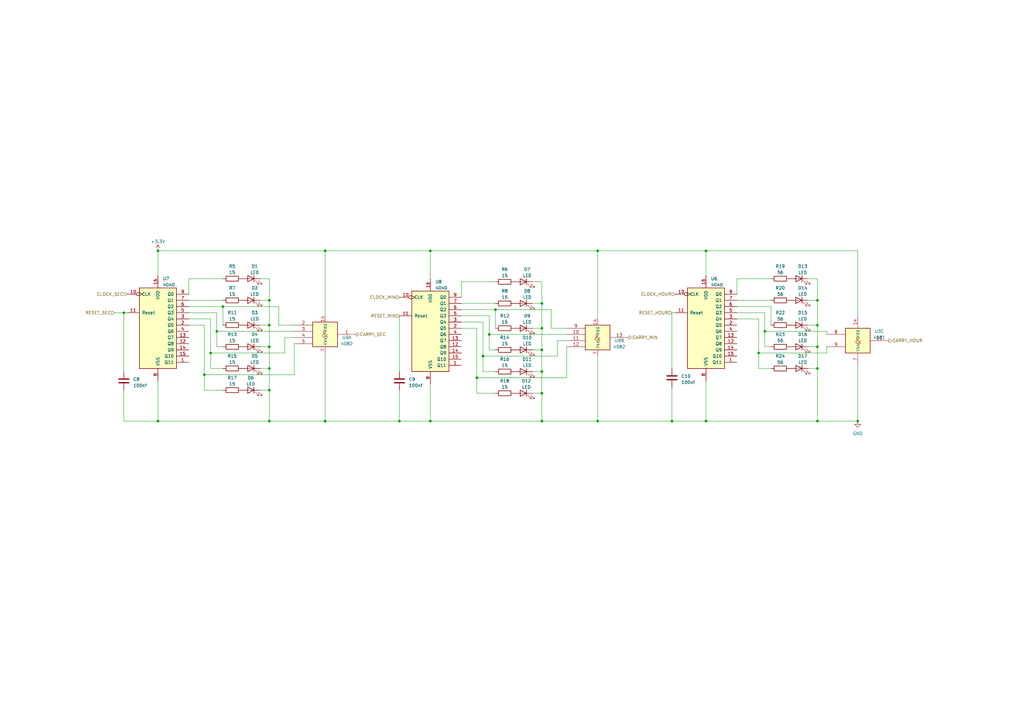
<source format=kicad_sch>
(kicad_sch (version 20230121) (generator eeschema)
  (paper "A3")
  (lib_symbols
    (symbol "4xxx:4040" (pin_names (offset 1.016))
      (property "Reference" "U" (at -7.62 16.51 0))
      (property "Value" "4040" (at -7.62 -19.05 0))
      (symbol "4040_1_0"
        (pin output line (at 12.7 -15.24 180) (length 5.08) (name "Q11") (number "1"))
        (pin input inverted_clock (at -12.7 12.7 0) (length 5.08) (name "CLK") (number "10"))
        (pin input line (at -12.7 5.08 0) (length 5.08) (name "Reset") (number "11"))
        (pin output line (at 12.7 -7.62 180) (length 5.08) (name "Q8") (number "12"))
        (pin output line (at 12.7 -5.08 180) (length 5.08) (name "Q7") (number "13"))
        (pin output line (at 12.7 -10.16 180) (length 5.08) (name "Q9") (number "14"))
        (pin output line (at 12.7 -12.7 180) (length 5.08) (name "Q10") (number "15"))
        (pin power_in line (at 0 20.32 270) (length 5.08) (name "VDD") (number "16"))
        (pin output line (at 12.7 0 180) (length 5.08) (name "Q5") (number "2"))
        (pin output line (at 12.7 2.54 180) (length 5.08) (name "Q4") (number "3"))
        (pin output line (at 12.7 -2.54 180) (length 5.08) (name "Q6") (number "4"))
        (pin output line (at 12.7 5.08 180) (length 5.08) (name "Q3") (number "5"))
        (pin output line (at 12.7 7.62 180) (length 5.08) (name "Q2") (number "6"))
        (pin output line (at 12.7 10.16 180) (length 5.08) (name "Q1") (number "7"))
        (pin power_in line (at 0 -22.86 90) (length 5.08) (name "VSS") (number "8"))
        (pin output line (at 12.7 12.7 180) (length 5.08) (name "Q0") (number "9"))
      )
      (symbol "4040_1_1"
        (rectangle (start -7.62 15.24) (end 7.62 -17.78) (stroke (width 0.254)) (fill (type background)))
      )
    )
    (symbol "4xxx_IEEE:4081"
      (property "Reference" "U" (at 2.54 6.35 0))
      (property "Value" "4081" (at 6.35 -6.35 0))
      (symbol "4081_0_0"
        (rectangle (start -5.08 5.08) (end 5.08 -5.08) (stroke (width 0.254)) (fill (type background)))
        (text "&" (at 0.254 0 0) (effects (font (size 2.54 2.54))))
        (pin power_in line (at 0 10.16 270) (length 5.08) (name "Vdd") (number "14"))
        (pin power_in line (at 0 -10.16 90) (length 5.08) (name "Vss") (number "7"))
      )
      (symbol "4081_1_1"
        (pin input line (at -12.7 2.54 0) (length 7.62) (name "~") (number "1"))
        (pin input line (at -12.7 -2.54 0) (length 7.62) (name "~") (number "2"))
        (pin output line (at 12.7 0 180) (length 7.62) (name "~") (number "3"))
      )
      (symbol "4081_2_1"
        (pin output line (at 12.7 0 180) (length 7.62) (name "~") (number "4"))
        (pin input line (at -12.7 2.54 0) (length 7.62) (name "~") (number "5"))
        (pin input line (at -12.7 -2.54 0) (length 7.62) (name "~") (number "6"))
      )
      (symbol "4081_3_1"
        (pin output line (at 12.7 0 180) (length 7.62) (name "~") (number "10"))
        (pin input line (at -12.7 2.54 0) (length 7.62) (name "~") (number "8"))
        (pin input line (at -12.7 -2.54 0) (length 7.62) (name "~") (number "9"))
      )
      (symbol "4081_4_1"
        (pin output line (at 12.7 0 180) (length 7.62) (name "~") (number "11"))
        (pin input line (at -12.7 2.54 0) (length 7.62) (name "~") (number "12"))
        (pin input line (at -12.7 -2.54 0) (length 7.62) (name "~") (number "13"))
      )
    )
    (symbol "4xxx_IEEE:4082"
      (property "Reference" "U" (at 5.08 6.35 0))
      (property "Value" "4082" (at 5.08 -6.35 0))
      (symbol "4082_0_0"
        (text "&" (at 0 0 0) (effects (font (size 2.54 2.54))))
        (pin power_in line (at 0 7.62 270) (length 2.54) (name "Vdd") (number "14"))
        (pin power_in line (at 0 -7.62 90) (length 2.54) (name "Vss") (number "7"))
      )
      (symbol "4082_0_1"
        (rectangle (start -5.08 5.08) (end 5.08 -5.08) (stroke (width 0.254)) (fill (type background)))
      )
      (symbol "4082_1_1"
        (pin output line (at 12.7 0 180) (length 7.62) (name "~") (number "1"))
        (pin input line (at -12.7 3.81 0) (length 7.62) (name "~") (number "2"))
        (pin input line (at -12.7 1.27 0) (length 7.62) (name "~") (number "3"))
        (pin input line (at -12.7 -1.27 0) (length 7.62) (name "~") (number "4"))
        (pin input line (at -12.7 -3.81 0) (length 7.62) (name "~") (number "5"))
      )
      (symbol "4082_2_1"
        (pin input line (at -12.7 1.27 0) (length 7.62) (name "~") (number "10"))
        (pin input line (at -12.7 -1.27 0) (length 7.62) (name "~") (number "11"))
        (pin input line (at -12.7 -3.81 0) (length 7.62) (name "~") (number "12"))
        (pin output line (at 12.7 0 180) (length 7.62) (name "~") (number "13"))
        (pin input line (at -12.7 3.81 0) (length 7.62) (name "~") (number "9"))
      )
    )
    (symbol "Device:C" (pin_numbers hide) (pin_names (offset 0.254))
      (property "Reference" "C" (at 0.635 2.54 0))
      (property "Value" "C" (at 0.635 -2.54 0))
      (symbol "C_0_1"
        (polyline (pts (xy -2.032 -0.762) (xy 2.032 -0.762)) (stroke (width 0.508)))
        (polyline (pts (xy -2.032 0.762) (xy 2.032 0.762)) (stroke (width 0.508)))
      )
      (symbol "C_1_1"
        (pin passive line (at 0 3.81 270) (length 2.794) (name "~") (number "1"))
        (pin passive line (at 0 -3.81 90) (length 2.794) (name "~") (number "2"))
      )
    )
    (symbol "Device:LED" (pin_numbers hide) (pin_names (offset 1.016) hide)
      (property "Reference" "D" (at 0 2.54 0))
      (property "Value" "LED" (at 0 -2.54 0))
      (symbol "LED_0_1"
        (polyline (pts (xy -1.27 -1.27) (xy -1.27 1.27)) (stroke (width 0.254)))
        (polyline (pts (xy -1.27 0) (xy 1.27 0)))
        (polyline (pts (xy 1.27 -1.27) (xy 1.27 1.27) (xy -1.27 0) (xy 1.27 -1.27)) (stroke (width 0.254)))
        (polyline (pts (xy -3.048 -0.762) (xy -4.572 -2.286) (xy -3.81 -2.286) (xy -4.572 -2.286) (xy -4.572 -1.524)))
        (polyline (pts (xy -1.778 -0.762) (xy -3.302 -2.286) (xy -2.54 -2.286) (xy -3.302 -2.286) (xy -3.302 -1.524)))
      )
      (symbol "LED_1_1"
        (pin passive line (at -3.81 0 0) (length 2.54) (name "K") (number "1"))
        (pin passive line (at 3.81 0 180) (length 2.54) (name "A") (number "2"))
      )
    )
    (symbol "Device:R" (pin_numbers hide) (pin_names (offset 0))
      (property "Reference" "R" (at 2.032 0 90))
      (property "Value" "R" (at 0 0 90))
      (symbol "R_0_1"
        (rectangle (start -1.016 -2.54) (end 1.016 2.54) (stroke (width 0.254)))
      )
      (symbol "R_1_1"
        (pin passive line (at 0 3.81 270) (length 1.27) (name "~") (number "1"))
        (pin passive line (at 0 -3.81 90) (length 1.27) (name "~") (number "2"))
      )
    )
    (symbol "power:+3.3V" (power) (pin_names (offset 0))
      (property "Value" "+3.3V" (at 0 3.556 0))
      (symbol "+3.3V_0_1"
        (polyline (pts (xy -0.762 1.27) (xy 0 2.54)))
        (polyline (pts (xy 0 0) (xy 0 2.54)))
        (polyline (pts (xy 0 2.54) (xy 0.762 1.27)))
      )
      (symbol "+3.3V_1_1"
        (pin power_in line (at 0 0 90) (length 0) hide (name "+3.3V") (number "1"))
      )
    )
    (symbol "power:GND" (power) (pin_names (offset 0))
      (property "Value" "GND" (at 0 -3.81 0))
      (symbol "GND_0_1"
        (polyline (pts (xy 0 0) (xy 0 -1.27) (xy 1.27 -1.27) (xy 0 -2.54) (xy -1.27 -1.27) (xy 0 -1.27)))
      )
      (symbol "GND_1_1"
        (pin power_in line (at 0 0 270) (length 0) hide (name "GND") (number "1"))
      )
    )
  )
  (junction (at 133.35 102.87))
  (junction (at 86.36 144.78))
  (junction (at 222.25 143.51))
  (junction (at 222.25 134.62))
  (junction (at 176.53 172.72))
  (junction (at 222.25 124.46))
  (junction (at 351.79 172.72))
  (junction (at 176.53 102.87))
  (junction (at 335.28 133.35))
  (junction (at 110.49 160.02))
  (junction (at 245.11 102.87))
  (junction (at 110.49 151.13))
  (junction (at 335.28 151.13))
  (junction (at 110.49 142.24))
  (junction (at 133.35 172.72))
  (junction (at 195.58 154.94))
  (junction (at 311.15 144.78))
  (junction (at 83.82 153.67))
  (junction (at 203.2 127))
  (junction (at 200.66 137.16))
  (junction (at 222.25 172.72))
  (junction (at 335.28 123.19))
  (junction (at 64.77 172.72))
  (junction (at 222.25 161.29))
  (junction (at 64.77 102.87))
  (junction (at 91.44 125.73))
  (junction (at 289.56 172.72))
  (junction (at 198.12 146.05))
  (junction (at 110.49 123.19))
  (junction (at 245.11 172.72))
  (junction (at 110.49 133.35))
  (junction (at 50.8 128.27))
  (junction (at 88.9 135.89))
  (junction (at 335.28 142.24))
  (junction (at 275.59 172.72))
  (junction (at 222.25 152.4))
  (junction (at 163.83 172.72))
  (junction (at 313.69 135.89))
  (junction (at 110.49 172.72))
  (junction (at 289.56 102.87))
  (junction (at 335.28 172.72))
  (wire (pts (xy 195.58 154.94) (xy 232.41 154.94)))
  (wire (pts (xy 198.12 146.05) (xy 198.12 152.4)))
  (wire (pts (xy 176.53 102.87) (xy 245.11 102.87)))
  (wire (pts (xy 77.47 130.81) (xy 86.36 130.81)))
  (wire (pts (xy 331.47 151.13) (xy 335.28 151.13)))
  (wire (pts (xy 228.6 139.7) (xy 228.6 146.05)))
  (wire (pts (xy 226.06 134.62) (xy 232.41 134.62)))
  (wire (pts (xy 110.49 160.02) (xy 110.49 172.72)))
  (wire (pts (xy 110.49 151.13) (xy 110.49 160.02)))
  (wire (pts (xy 64.77 156.21) (xy 64.77 172.72)))
  (wire (pts (xy 77.47 114.3) (xy 91.44 114.3)))
  (wire (pts (xy 335.28 151.13) (xy 335.28 172.72)))
  (wire (pts (xy 311.15 130.81) (xy 311.15 144.78)))
  (wire (pts (xy 46.99 128.27) (xy 50.8 128.27)))
  (wire (pts (xy 116.84 144.78) (xy 86.36 144.78)))
  (wire (pts (xy 222.25 152.4) (xy 222.25 161.29)))
  (wire (pts (xy 88.9 142.24) (xy 91.44 142.24)))
  (wire (pts (xy 64.77 113.03) (xy 64.77 102.87)))
  (wire (pts (xy 195.58 161.29) (xy 203.2 161.29)))
  (wire (pts (xy 120.65 140.97) (xy 120.65 153.67)))
  (wire (pts (xy 218.44 143.51) (xy 222.25 143.51)))
  (wire (pts (xy 114.3 125.73) (xy 114.3 133.35)))
  (wire (pts (xy 163.83 160.02) (xy 163.83 172.72)))
  (wire (pts (xy 218.44 152.4) (xy 222.25 152.4)))
  (wire (pts (xy 86.36 144.78) (xy 86.36 151.13)))
  (wire (pts (xy 302.26 120.65) (xy 302.26 114.3)))
  (wire (pts (xy 77.47 120.65) (xy 77.47 114.3)))
  (wire (pts (xy 331.47 133.35) (xy 335.28 133.35)))
  (wire (pts (xy 200.66 137.16) (xy 232.41 137.16)))
  (wire (pts (xy 331.47 114.3) (xy 335.28 114.3)))
  (wire (pts (xy 133.35 144.78) (xy 133.35 172.72)))
  (wire (pts (xy 313.69 128.27) (xy 313.69 135.89)))
  (wire (pts (xy 331.47 123.19) (xy 335.28 123.19)))
  (wire (pts (xy 245.11 172.72) (xy 275.59 172.72)))
  (wire (pts (xy 176.53 172.72) (xy 222.25 172.72)))
  (wire (pts (xy 200.66 129.54) (xy 200.66 137.16)))
  (wire (pts (xy 195.58 154.94) (xy 195.58 161.29)))
  (wire (pts (xy 311.15 151.13) (xy 316.23 151.13)))
  (wire (pts (xy 120.65 138.43) (xy 116.84 138.43)))
  (wire (pts (xy 218.44 115.57) (xy 222.25 115.57)))
  (wire (pts (xy 200.66 143.51) (xy 203.2 143.51)))
  (wire (pts (xy 176.53 114.3) (xy 176.53 102.87)))
  (wire (pts (xy 316.23 125.73) (xy 316.23 133.35)))
  (wire (pts (xy 335.28 133.35) (xy 335.28 142.24)))
  (wire (pts (xy 245.11 102.87) (xy 289.56 102.87)))
  (wire (pts (xy 289.56 113.03) (xy 289.56 102.87)))
  (wire (pts (xy 222.25 134.62) (xy 222.25 143.51)))
  (wire (pts (xy 110.49 142.24) (xy 110.49 151.13)))
  (wire (pts (xy 106.68 123.19) (xy 110.49 123.19)))
  (wire (pts (xy 106.68 114.3) (xy 110.49 114.3)))
  (wire (pts (xy 222.25 124.46) (xy 222.25 134.62)))
  (wire (pts (xy 351.79 102.87) (xy 351.79 129.54)))
  (wire (pts (xy 189.23 115.57) (xy 203.2 115.57)))
  (wire (pts (xy 114.3 133.35) (xy 120.65 133.35)))
  (wire (pts (xy 313.69 142.24) (xy 316.23 142.24)))
  (wire (pts (xy 176.53 157.48) (xy 176.53 172.72)))
  (wire (pts (xy 275.59 128.27) (xy 276.86 128.27)))
  (wire (pts (xy 106.68 160.02) (xy 110.49 160.02)))
  (wire (pts (xy 200.66 137.16) (xy 200.66 143.51)))
  (wire (pts (xy 198.12 132.08) (xy 198.12 146.05)))
  (wire (pts (xy 83.82 153.67) (xy 83.82 160.02)))
  (wire (pts (xy 232.41 139.7) (xy 228.6 139.7)))
  (wire (pts (xy 335.28 172.72) (xy 351.79 172.72)))
  (wire (pts (xy 116.84 138.43) (xy 116.84 144.78)))
  (wire (pts (xy 83.82 160.02) (xy 91.44 160.02)))
  (wire (pts (xy 203.2 127) (xy 203.2 134.62)))
  (wire (pts (xy 198.12 152.4) (xy 203.2 152.4)))
  (wire (pts (xy 91.44 125.73) (xy 114.3 125.73)))
  (wire (pts (xy 302.26 114.3) (xy 316.23 114.3)))
  (wire (pts (xy 302.26 128.27) (xy 313.69 128.27)))
  (wire (pts (xy 222.25 161.29) (xy 222.25 172.72)))
  (wire (pts (xy 222.25 115.57) (xy 222.25 124.46)))
  (wire (pts (xy 64.77 102.87) (xy 133.35 102.87)))
  (wire (pts (xy 189.23 134.62) (xy 195.58 134.62)))
  (wire (pts (xy 77.47 125.73) (xy 91.44 125.73)))
  (wire (pts (xy 335.28 114.3) (xy 335.28 123.19)))
  (wire (pts (xy 228.6 146.05) (xy 198.12 146.05)))
  (wire (pts (xy 275.59 158.75) (xy 275.59 172.72)))
  (wire (pts (xy 339.09 144.78) (xy 339.09 142.24)))
  (wire (pts (xy 218.44 134.62) (xy 222.25 134.62)))
  (wire (pts (xy 245.11 146.05) (xy 245.11 172.72)))
  (wire (pts (xy 88.9 135.89) (xy 88.9 142.24)))
  (wire (pts (xy 226.06 127) (xy 226.06 134.62)))
  (wire (pts (xy 163.83 129.54) (xy 163.83 152.4)))
  (wire (pts (xy 339.09 135.89) (xy 339.09 137.16)))
  (wire (pts (xy 203.2 127) (xy 226.06 127)))
  (wire (pts (xy 86.36 130.81) (xy 86.36 144.78)))
  (wire (pts (xy 335.28 142.24) (xy 335.28 151.13)))
  (wire (pts (xy 50.8 160.02) (xy 50.8 172.72)))
  (wire (pts (xy 83.82 133.35) (xy 83.82 153.67)))
  (wire (pts (xy 110.49 172.72) (xy 133.35 172.72)))
  (wire (pts (xy 289.56 172.72) (xy 335.28 172.72)))
  (wire (pts (xy 91.44 125.73) (xy 91.44 133.35)))
  (wire (pts (xy 313.69 135.89) (xy 339.09 135.89)))
  (wire (pts (xy 195.58 134.62) (xy 195.58 154.94)))
  (wire (pts (xy 77.47 123.19) (xy 91.44 123.19)))
  (wire (pts (xy 77.47 133.35) (xy 83.82 133.35)))
  (wire (pts (xy 110.49 123.19) (xy 110.49 133.35)))
  (wire (pts (xy 275.59 172.72) (xy 289.56 172.72)))
  (wire (pts (xy 218.44 124.46) (xy 222.25 124.46)))
  (wire (pts (xy 110.49 133.35) (xy 110.49 142.24)))
  (wire (pts (xy 351.79 149.86) (xy 351.79 172.72)))
  (wire (pts (xy 302.26 130.81) (xy 311.15 130.81)))
  (wire (pts (xy 88.9 128.27) (xy 88.9 135.89)))
  (wire (pts (xy 86.36 151.13) (xy 91.44 151.13)))
  (wire (pts (xy 83.82 153.67) (xy 120.65 153.67)))
  (wire (pts (xy 64.77 172.72) (xy 110.49 172.72)))
  (wire (pts (xy 232.41 142.24) (xy 232.41 154.94)))
  (wire (pts (xy 302.26 123.19) (xy 316.23 123.19)))
  (wire (pts (xy 275.59 128.27) (xy 275.59 151.13)))
  (wire (pts (xy 106.68 133.35) (xy 110.49 133.35)))
  (wire (pts (xy 88.9 135.89) (xy 120.65 135.89)))
  (wire (pts (xy 245.11 130.81) (xy 245.11 102.87)))
  (wire (pts (xy 50.8 128.27) (xy 52.07 128.27)))
  (wire (pts (xy 222.25 172.72) (xy 245.11 172.72)))
  (wire (pts (xy 50.8 172.72) (xy 64.77 172.72)))
  (wire (pts (xy 77.47 128.27) (xy 88.9 128.27)))
  (wire (pts (xy 110.49 114.3) (xy 110.49 123.19)))
  (wire (pts (xy 311.15 144.78) (xy 311.15 151.13)))
  (wire (pts (xy 289.56 156.21) (xy 289.56 172.72)))
  (wire (pts (xy 313.69 135.89) (xy 313.69 142.24)))
  (wire (pts (xy 218.44 161.29) (xy 222.25 161.29)))
  (wire (pts (xy 289.56 102.87) (xy 351.79 102.87)))
  (wire (pts (xy 222.25 143.51) (xy 222.25 152.4)))
  (wire (pts (xy 331.47 142.24) (xy 335.28 142.24)))
  (wire (pts (xy 311.15 144.78) (xy 339.09 144.78)))
  (wire (pts (xy 189.23 121.92) (xy 189.23 115.57)))
  (wire (pts (xy 106.68 142.24) (xy 110.49 142.24)))
  (wire (pts (xy 189.23 127) (xy 203.2 127)))
  (wire (pts (xy 189.23 129.54) (xy 200.66 129.54)))
  (wire (pts (xy 335.28 123.19) (xy 335.28 133.35)))
  (wire (pts (xy 163.83 172.72) (xy 176.53 172.72)))
  (wire (pts (xy 133.35 102.87) (xy 176.53 102.87)))
  (wire (pts (xy 106.68 151.13) (xy 110.49 151.13)))
  (wire (pts (xy 189.23 124.46) (xy 203.2 124.46)))
  (wire (pts (xy 133.35 129.54) (xy 133.35 102.87)))
  (wire (pts (xy 302.26 125.73) (xy 316.23 125.73)))
  (wire (pts (xy 189.23 132.08) (xy 198.12 132.08)))
  (wire (pts (xy 133.35 172.72) (xy 163.83 172.72)))
  (wire (pts (xy 50.8 152.4) (xy 50.8 128.27)))
  (hierarchical_label "RESET_MIN" (shape input) (at 163.83 129.54 180))
  (hierarchical_label "CARRY_SEC" (shape output) (at 146.05 137.16 0))
  (hierarchical_label "RESET_SEC" (shape input) (at 46.99 128.27 180))
  (hierarchical_label "CARRY_HOUR" (shape output) (at 364.49 139.7 0))
  (hierarchical_label "RESET_HOUR" (shape input) (at 275.59 128.27 180))
  (hierarchical_label "CLOCK_HOUR" (shape input) (at 276.86 120.65 180))
  (hierarchical_label "CARRY_MIN" (shape output) (at 257.81 138.43 0))
  (hierarchical_label "CLOCK_MIN" (shape input) (at 163.83 121.92 180))
  (hierarchical_label "CLOCK_SEC" (shape input) (at 52.07 120.65 180))
  (symbol (lib_id "Device:C") (at 163.83 156.21 0) (unit 1)
    (property "Reference" "C9" (at 167.64 155.575 0) (effects (justify left)))
    (property "Value" "100nf" (at 167.64 158.115 0) (effects (justify left)))
    (property "Footprint" "Capacitor_THT:C_Disc_D5.1mm_W3.2mm_P5.00mm" (effects hide))
    (instances (project "binary_clock" (path "" (reference "C9") (unit 1)) (path "" (reference "C8") (unit 1))))
  )
  (symbol (lib_id "Device:LED") (at 327.66 151.13 0) (mirror y) (unit 1)
    (property "Reference" "D17" (at 329.2475 146.05 0))
    (property "Value" "LED" (at 329.2475 148.59 0))
    (property "Footprint" "Connector_JST:JST_XH_B2B-XH-A_1x02_P2.50mm_Vertical" (effects hide))
  )
  (symbol (lib_id "Device:R") (at 95.25 114.3 270) (unit 1)
    (property "Reference" "R5" (at 95.25 109.22 90))
    (property "Value" "15" (at 95.25 111.76 90))
    (property "Footprint" "Resistor_THT:R_Axial_DIN0204_L3.6mm_D1.6mm_P7.62mm_Horizontal" (effects hide))
    (instances (project "binary_clock" (path "" (reference "R5") (unit 1)) (path "" (reference "R12") (unit 1))))
  )
  (symbol (lib_id "power:GND") (at 351.79 172.72 0) (unit 1)
    (property "Reference" "#PWR06" (effects hide))
    (property "Value" "GND" (at 351.79 177.8 0))
    (property "Footprint" "Connector_Pin:Pin_D1.0mm_L10.0mm" (effects hide))
    (instances (project "binary_clock" (path "" (reference "#PWR06") (unit 1)) (path "" (reference "#PWR018") (unit 1))))
  )
  (symbol (lib_id "Device:LED") (at 327.66 133.35 0) (mirror y) (unit 1)
    (property "Reference" "D15" (at 329.2475 128.27 0))
    (property "Value" "LED" (at 329.2475 130.81 0))
    (property "Footprint" "Connector_JST:JST_XH_B2B-XH-A_1x02_P2.50mm_Vertical" (effects hide))
  )
  (symbol (lib_id "Device:R") (at 320.04 133.35 270) (unit 1)
    (property "Reference" "R22" (at 320.04 128.27 90))
    (property "Value" "56" (at 320.04 130.81 90))
    (property "Footprint" "Resistor_THT:R_Axial_DIN0204_L3.6mm_D1.6mm_P7.62mm_Horizontal" (effects hide))
    (instances (project "binary_clock" (path "" (reference "R22") (unit 1)) (path "" (reference "R26") (unit 1))))
  )
  (symbol (lib_id "Device:R") (at 207.01 152.4 270) (unit 1)
    (property "Reference" "R16" (at 207.01 147.32 90))
    (property "Value" "15" (at 207.01 149.86 90))
    (property "Footprint" "Resistor_THT:R_Axial_DIN0204_L3.6mm_D1.6mm_P7.62mm_Horizontal" (effects hide))
    (instances (project "binary_clock" (path "" (reference "R16") (unit 1)) (path "" (reference "R22") (unit 1))))
  )
  (symbol (lib_id "Device:R") (at 320.04 142.24 270) (unit 1)
    (property "Reference" "R23" (at 320.04 137.16 90))
    (property "Value" "56" (at 320.04 139.7 90))
    (property "Footprint" "Resistor_THT:R_Axial_DIN0204_L3.6mm_D1.6mm_P7.62mm_Horizontal" (effects hide))
    (instances (project "binary_clock" (path "" (reference "R23") (unit 1)) (path "" (reference "R27") (unit 1))))
  )
  (symbol (lib_id "Device:LED") (at 102.87 151.13 0) (mirror y) (unit 1)
    (property "Reference" "D5" (at 104.4575 146.05 0))
    (property "Value" "LED" (at 104.4575 148.59 0))
    (property "Footprint" "Connector_JST:JST_XH_B2B-XH-A_1x02_P2.50mm_Vertical" (effects hide))
  )
  (symbol (lib_id "Device:LED") (at 214.63 161.29 0) (mirror y) (unit 1)
    (property "Reference" "D12" (at 215.9 156.21 0))
    (property "Value" "LED" (at 215.9 158.75 0))
    (property "Footprint" "Connector_JST:JST_XH_B2B-XH-A_1x02_P2.50mm_Vertical" (effects hide))
  )
  (symbol (lib_id "Device:LED") (at 102.87 114.3 0) (mirror y) (unit 1)
    (property "Reference" "D1" (at 104.4575 109.22 0))
    (property "Value" "LED" (at 104.4575 111.76 0))
    (property "Footprint" "Connector_JST:JST_XH_B2B-XH-A_1x02_P2.50mm_Vertical" (effects hide))
  )
  (symbol (lib_id "Device:LED") (at 214.63 143.51 0) (mirror y) (unit 1)
    (property "Reference" "D10" (at 216.2175 138.43 0))
    (property "Value" "LED" (at 216.2175 140.97 0))
    (property "Footprint" "Connector_JST:JST_XH_B2B-XH-A_1x02_P2.50mm_Vertical" (effects hide))
  )
  (symbol (lib_id "Device:LED") (at 214.63 152.4 0) (mirror y) (unit 1)
    (property "Reference" "D11" (at 216.2175 147.32 0))
    (property "Value" "LED" (at 216.2175 149.86 0))
    (property "Footprint" "Connector_JST:JST_XH_B2B-XH-A_1x02_P2.50mm_Vertical" (effects hide))
  )
  (symbol (lib_id "Device:R") (at 95.25 133.35 270) (unit 1)
    (property "Reference" "R11" (at 95.25 128.27 90))
    (property "Value" "15" (at 95.25 130.81 90))
    (property "Footprint" "Resistor_THT:R_Axial_DIN0204_L3.6mm_D1.6mm_P7.62mm_Horizontal" (effects hide))
    (instances (project "binary_clock" (path "" (reference "R11") (unit 1)) (path "" (reference "R14") (unit 1))))
  )
  (symbol (lib_id "Device:R") (at 207.01 161.29 270) (unit 1)
    (property "Reference" "R18" (at 207.01 156.21 90))
    (property "Value" "15" (at 207.01 158.75 90))
    (property "Footprint" "Resistor_THT:R_Axial_DIN0204_L3.6mm_D1.6mm_P7.62mm_Horizontal" (effects hide))
    (instances (project "binary_clock" (path "" (reference "R18") (unit 1)) (path "" (reference "R23") (unit 1))))
  )
  (symbol (lib_id "Device:R") (at 207.01 115.57 270) (unit 1)
    (property "Reference" "R6" (at 207.01 110.49 90))
    (property "Value" "15" (at 207.01 113.03 90))
    (property "Footprint" "Resistor_THT:R_Axial_DIN0204_L3.6mm_D1.6mm_P7.62mm_Horizontal" (effects hide))
    (instances (project "binary_clock" (path "" (reference "R6") (unit 1)) (path "" (reference "R18") (unit 1))))
  )
  (symbol (lib_id "Device:LED") (at 327.66 142.24 0) (mirror y) (unit 1)
    (property "Reference" "D16" (at 329.2475 137.16 0))
    (property "Value" "LED" (at 329.2475 139.7 0))
    (property "Footprint" "Connector_JST:JST_XH_B2B-XH-A_1x02_P2.50mm_Vertical" (effects hide))
  )
  (symbol (lib_id "Device:R") (at 95.25 123.19 270) (unit 1)
    (property "Reference" "R7" (at 95.25 118.11 90))
    (property "Value" "15" (at 95.25 120.65 90))
    (property "Footprint" "Resistor_THT:R_Axial_DIN0204_L3.6mm_D1.6mm_P7.62mm_Horizontal" (effects hide))
    (instances (project "binary_clock" (path "" (reference "R7") (unit 1)) (path "" (reference "R13") (unit 1))))
  )
  (symbol (lib_id "Device:LED") (at 327.66 114.3 0) (mirror y) (unit 1)
    (property "Reference" "D13" (at 329.2475 109.22 0))
    (property "Value" "LED" (at 329.2475 111.76 0))
    (property "Footprint" "Connector_JST:JST_XH_B2B-XH-A_1x02_P2.50mm_Vertical" (effects hide))
  )
  (symbol (lib_id "Device:LED") (at 102.87 142.24 0) (mirror y) (unit 1)
    (property "Reference" "D4" (at 104.4575 137.16 0))
    (property "Value" "LED" (at 104.4575 139.7 0))
    (property "Footprint" "Connector_JST:JST_XH_B2B-XH-A_1x02_P2.50mm_Vertical" (effects hide))
  )
  (symbol (lib_id "4xxx_IEEE:4082") (at 133.35 137.16 0) (unit 1)
    (property "Reference" "U9" (at 142.24 138.43 0))
    (property "Value" "4082" (at 142.24 140.97 0))
    (property "Footprint" "Package_DIP:DIP-14_W7.62mm_Socket" (effects hide))
    (instances (project "binary_clock" (path "" (reference "U9") (unit 1)) (path "" (reference "U6") (unit 1))))
  )
  (symbol (lib_id "4xxx_IEEE:4081") (at 351.79 139.7 0) (unit 3)
    (property "Reference" "U3" (at 360.68 135.89 0))
    (property "Value" "4081" (at 360.68 138.43 0))
    (property "Footprint" "Package_DIP:DIP-14_W7.62mm_Socket" (effects hide))
    (instances (project "binary_clock" (path "" (reference "U3") (unit 3)) (path "" (reference "U9") (unit 3))))
  )
  (symbol (lib_id "Device:C") (at 275.59 154.94 0) (unit 1)
    (property "Reference" "C10" (at 279.4 154.305 0) (effects (justify left)))
    (property "Value" "100nf" (at 279.4 156.845 0) (effects (justify left)))
    (property "Footprint" "Capacitor_THT:C_Disc_D5.1mm_W3.2mm_P5.00mm" (effects hide))
    (instances (project "binary_clock" (path "" (reference "C10") (unit 1)) (path "" (reference "C8") (unit 1))))
  )
  (symbol (lib_id "4xxx_IEEE:4082") (at 245.11 138.43 0) (unit 2)
    (property "Reference" "U9" (at 254 139.7 0))
    (property "Value" "4082" (at 254 142.24 0))
    (property "Footprint" "Package_DIP:DIP-14_W7.62mm_Socket" (effects hide))
    (instances (project "binary_clock" (path "" (reference "U9") (unit 2)) (path "" (reference "U6") (unit 2))))
  )
  (symbol (lib_id "Device:LED") (at 102.87 123.19 0) (mirror y) (unit 1)
    (property "Reference" "D2" (at 104.4575 118.11 0))
    (property "Value" "LED" (at 104.4575 120.65 0))
    (property "Footprint" "Connector_JST:JST_XH_B2B-XH-A_1x02_P2.50mm_Vertical" (effects hide))
  )
  (symbol (lib_id "Device:R") (at 207.01 143.51 270) (unit 1)
    (property "Reference" "R14" (at 207.01 138.43 90))
    (property "Value" "15" (at 207.01 140.97 90))
    (property "Footprint" "Resistor_THT:R_Axial_DIN0204_L3.6mm_D1.6mm_P7.62mm_Horizontal" (effects hide))
    (instances (project "binary_clock" (path "" (reference "R14") (unit 1)) (path "" (reference "R21") (unit 1))))
  )
  (symbol (lib_id "Device:LED") (at 214.63 115.57 0) (mirror y) (unit 1)
    (property "Reference" "D7" (at 216.2175 110.49 0))
    (property "Value" "LED" (at 216.2175 113.03 0))
    (property "Footprint" "Connector_JST:JST_XH_B2B-XH-A_1x02_P2.50mm_Vertical" (effects hide))
  )
  (symbol (lib_id "Device:LED") (at 214.63 124.46 0) (mirror y) (unit 1)
    (property "Reference" "D8" (at 216.2175 119.38 0))
    (property "Value" "LED" (at 216.2175 121.92 0))
    (property "Footprint" "Connector_JST:JST_XH_B2B-XH-A_1x02_P2.50mm_Vertical" (effects hide))
  )
  (symbol (lib_id "Device:LED") (at 327.66 123.19 0) (mirror y) (unit 1)
    (property "Reference" "D14" (at 329.2475 118.11 0))
    (property "Value" "LED" (at 329.2475 120.65 0))
    (property "Footprint" "Connector_JST:JST_XH_B2B-XH-A_1x02_P2.50mm_Vertical" (effects hide))
  )
  (symbol (lib_id "Device:C") (at 50.8 156.21 0) (unit 1)
    (property "Reference" "C8" (at 54.61 155.575 0) (effects (justify left)))
    (property "Value" "100nf" (at 54.61 158.115 0) (effects (justify left)))
    (property "Footprint" "Capacitor_THT:C_Disc_D5.1mm_W3.2mm_P5.00mm" (effects hide))
  )
  (symbol (lib_id "Device:R") (at 95.25 160.02 270) (unit 1)
    (property "Reference" "R17" (at 95.25 154.94 90))
    (property "Value" "15" (at 95.25 157.48 90))
    (property "Footprint" "Resistor_THT:R_Axial_DIN0204_L3.6mm_D1.6mm_P7.62mm_Horizontal" (effects hide))
  )
  (symbol (lib_id "4xxx:4040") (at 176.53 134.62 0) (unit 1)
    (property "Reference" "U8" (at 178.4859 115.57 0) (effects (justify left)))
    (property "Value" "4040" (at 178.4859 118.11 0) (effects (justify left)))
    (property "Footprint" "Package_DIP:DIP-16_W7.62mm_Socket" (effects hide))
    (property "Datasheet" "http://www.intersil.com/content/dam/Intersil/documents/cd40/cd4020bms-24bms-40bms.pdf" (effects hide))
    (instances (project "binary_clock" (path "" (reference "U8") (unit 1)) (path "" (reference "U7") (unit 1))))
  )
  (symbol (lib_id "Device:LED") (at 102.87 160.02 0) (mirror y) (unit 1)
    (property "Reference" "D6" (at 102.87 154.94 0))
    (property "Value" "LED" (at 102.87 157.48 0))
    (property "Footprint" "Connector_JST:JST_XH_B2B-XH-A_1x02_P2.50mm_Vertical" (effects hide))
  )
  (symbol (lib_id "Device:R") (at 207.01 124.46 270) (unit 1)
    (property "Reference" "R8" (at 207.01 119.38 90))
    (property "Value" "15" (at 207.01 121.92 90))
    (property "Footprint" "Resistor_THT:R_Axial_DIN0204_L3.6mm_D1.6mm_P7.62mm_Horizontal" (effects hide))
    (instances (project "binary_clock" (path "" (reference "R8") (unit 1)) (path "" (reference "R19") (unit 1))))
  )
  (symbol (lib_id "Device:LED") (at 214.63 134.62 0) (mirror y) (unit 1)
    (property "Reference" "D9" (at 216.2175 129.54 0))
    (property "Value" "LED" (at 216.2175 132.08 0))
    (property "Footprint" "Connector_JST:JST_XH_B2B-XH-A_1x02_P2.50mm_Vertical" (effects hide))
  )
  (symbol (lib_id "Device:R") (at 320.04 114.3 270) (unit 1)
    (property "Reference" "R19" (at 320.04 109.22 90))
    (property "Value" "56" (at 320.04 111.76 90))
    (property "Footprint" "Resistor_THT:R_Axial_DIN0204_L3.6mm_D1.6mm_P7.62mm_Horizontal" (effects hide))
    (instances (project "binary_clock" (path "" (reference "R19") (unit 1)) (path "" (reference "R24") (unit 1))))
  )
  (symbol (lib_id "Device:R") (at 207.01 134.62 270) (unit 1)
    (property "Reference" "R12" (at 207.01 129.54 90))
    (property "Value" "15" (at 207.01 132.08 90))
    (property "Footprint" "Resistor_THT:R_Axial_DIN0204_L3.6mm_D1.6mm_P7.62mm_Horizontal" (effects hide))
    (instances (project "binary_clock" (path "" (reference "R12") (unit 1)) (path "" (reference "R20") (unit 1))))
  )
  (symbol (lib_id "Device:R") (at 320.04 151.13 270) (unit 1)
    (property "Reference" "R24" (at 320.04 146.05 90))
    (property "Value" "56" (at 320.04 148.59 90))
    (property "Footprint" "Resistor_THT:R_Axial_DIN0204_L3.6mm_D1.6mm_P7.62mm_Horizontal" (effects hide))
    (instances (project "binary_clock" (path "" (reference "R24") (unit 1)) (path "" (reference "R28") (unit 1))))
  )
  (symbol (lib_id "4xxx:4040") (at 289.56 133.35 0) (unit 1)
    (property "Reference" "U6" (at 291.5159 114.3 0) (effects (justify left)))
    (property "Value" "4040" (at 291.5159 116.84 0) (effects (justify left)))
    (property "Footprint" "Package_DIP:DIP-16_W7.62mm_Socket" (effects hide))
    (property "Datasheet" "http://www.intersil.com/content/dam/Intersil/documents/cd40/cd4020bms-24bms-40bms.pdf" (effects hide))
    (instances (project "binary_clock" (path "" (reference "U6") (unit 1)) (path "" (reference "U8") (unit 1))))
  )
  (symbol (lib_id "Device:LED") (at 102.87 133.35 0) (mirror y) (unit 1)
    (property "Reference" "D3" (at 104.4575 128.27 0))
    (property "Value" "LED" (at 104.4575 130.81 0))
    (property "Footprint" "Connector_JST:JST_XH_B2B-XH-A_1x02_P2.50mm_Vertical" (effects hide))
  )
  (symbol (lib_id "power:+3.3V") (at 64.77 102.87 0) (unit 1)
    (property "Reference" "#PWR05" (effects hide))
    (property "Value" "+3.3V" (at 64.77 99.06 0))
    (instances (project "binary_clock" (path "" (reference "#PWR05") (unit 1)) (path "" (reference "#PWR017") (unit 1))))
  )
  (symbol (lib_id "4xxx:4040") (at 64.77 133.35 0) (unit 1)
    (property "Reference" "U7" (at 66.7259 114.3 0) (effects (justify left)))
    (property "Value" "4040" (at 66.7259 116.84 0) (effects (justify left)))
    (property "Footprint" "Package_DIP:DIP-16_W7.62mm_Socket" (effects hide))
    (property "Datasheet" "http://www.intersil.com/content/dam/Intersil/documents/cd40/cd4020bms-24bms-40bms.pdf" (effects hide))
    (instances (project "binary_clock" (path "" (reference "U7") (unit 1)) (path "" (reference "U5") (unit 1))))
  )
  (symbol (lib_id "Device:R") (at 320.04 123.19 270) (unit 1)
    (property "Reference" "R20" (at 320.04 118.11 90))
    (property "Value" "56" (at 320.04 120.65 90))
    (property "Footprint" "Resistor_THT:R_Axial_DIN0204_L3.6mm_D1.6mm_P7.62mm_Horizontal" (effects hide))
    (instances (project "binary_clock" (path "" (reference "R20") (unit 1)) (path "" (reference "R25") (unit 1))))
  )
  (symbol (lib_id "Device:R") (at 95.25 142.24 270) (unit 1)
    (property "Reference" "R13" (at 95.25 137.16 90))
    (property "Value" "15" (at 95.25 139.7 90))
    (property "Footprint" "Resistor_THT:R_Axial_DIN0204_L3.6mm_D1.6mm_P7.62mm_Horizontal" (effects hide))
    (instances (project "binary_clock" (path "" (reference "R13") (unit 1)) (path "" (reference "R15") (unit 1))))
  )
  (symbol (lib_id "Device:R") (at 95.25 151.13 270) (unit 1)
    (property "Reference" "R15" (at 95.25 146.05 90))
    (property "Value" "15" (at 95.25 148.59 90))
    (property "Footprint" "Resistor_THT:R_Axial_DIN0204_L3.6mm_D1.6mm_P7.62mm_Horizontal" (effects hide))
    (instances (project "binary_clock" (path "" (reference "R15") (unit 1)) (path "" (reference "R16") (unit 1))))
  )
)
</source>
